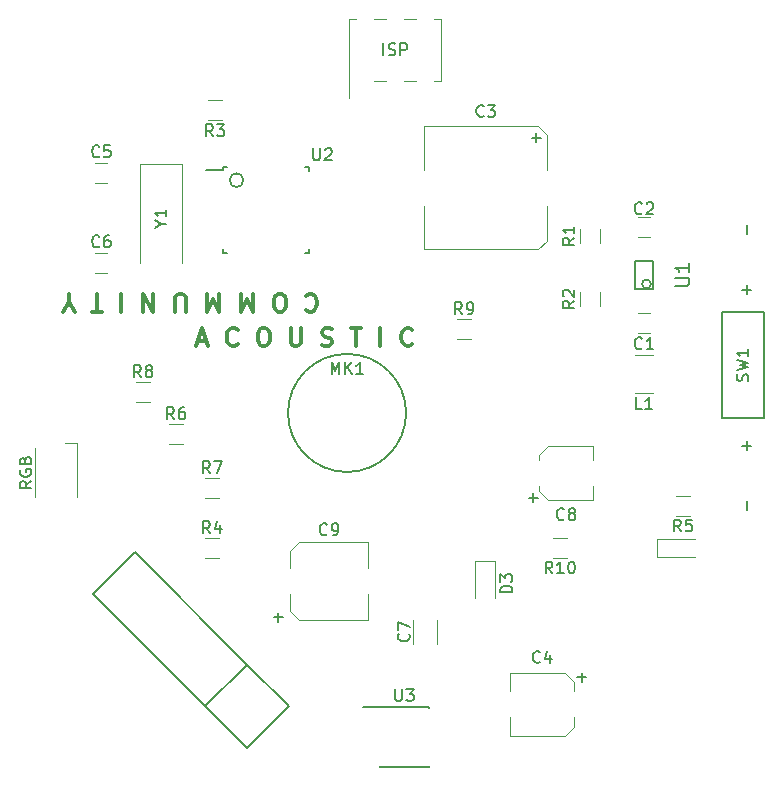
<source format=gbr>
G04 #@! TF.FileFunction,Legend,Top*
%FSLAX46Y46*%
G04 Gerber Fmt 4.6, Leading zero omitted, Abs format (unit mm)*
G04 Created by KiCad (PCBNEW 4.0.7) date 07/04/18 14:48:19*
%MOMM*%
%LPD*%
G01*
G04 APERTURE LIST*
%ADD10C,0.100000*%
%ADD11C,0.300000*%
%ADD12C,0.150000*%
%ADD13C,0.200000*%
%ADD14C,0.120000*%
G04 APERTURE END LIST*
D10*
D11*
X142084000Y-92174286D02*
X142155429Y-92102857D01*
X142369715Y-92031429D01*
X142512572Y-92031429D01*
X142726857Y-92102857D01*
X142869715Y-92245714D01*
X142941143Y-92388571D01*
X143012572Y-92674286D01*
X143012572Y-92888571D01*
X142941143Y-93174286D01*
X142869715Y-93317143D01*
X142726857Y-93460000D01*
X142512572Y-93531429D01*
X142369715Y-93531429D01*
X142155429Y-93460000D01*
X142084000Y-93388571D01*
X140012572Y-93531429D02*
X139726858Y-93531429D01*
X139584000Y-93460000D01*
X139441143Y-93317143D01*
X139369715Y-93031429D01*
X139369715Y-92531429D01*
X139441143Y-92245714D01*
X139584000Y-92102857D01*
X139726858Y-92031429D01*
X140012572Y-92031429D01*
X140155429Y-92102857D01*
X140298286Y-92245714D01*
X140369715Y-92531429D01*
X140369715Y-93031429D01*
X140298286Y-93317143D01*
X140155429Y-93460000D01*
X140012572Y-93531429D01*
X137584000Y-92031429D02*
X137584000Y-93531429D01*
X137084000Y-92460000D01*
X136584000Y-93531429D01*
X136584000Y-92031429D01*
X134726857Y-92031429D02*
X134726857Y-93531429D01*
X134226857Y-92460000D01*
X133726857Y-93531429D01*
X133726857Y-92031429D01*
X131869714Y-93531429D02*
X131869714Y-92317143D01*
X131798286Y-92174286D01*
X131726857Y-92102857D01*
X131584000Y-92031429D01*
X131298286Y-92031429D01*
X131155428Y-92102857D01*
X131084000Y-92174286D01*
X131012571Y-92317143D01*
X131012571Y-93531429D01*
X129155428Y-92031429D02*
X129155428Y-93531429D01*
X128298285Y-92031429D01*
X128298285Y-93531429D01*
X126441142Y-92031429D02*
X126441142Y-93531429D01*
X124798285Y-93531429D02*
X123941142Y-93531429D01*
X124369713Y-92031429D02*
X124369713Y-93531429D01*
X122012571Y-92745714D02*
X122012571Y-92031429D01*
X122512571Y-93531429D02*
X122012571Y-92745714D01*
X121512571Y-93531429D01*
X132914572Y-96008000D02*
X133628858Y-96008000D01*
X132771715Y-96436571D02*
X133271715Y-94936571D01*
X133771715Y-96436571D01*
X136271715Y-96293714D02*
X136200286Y-96365143D01*
X135986000Y-96436571D01*
X135843143Y-96436571D01*
X135628858Y-96365143D01*
X135486000Y-96222286D01*
X135414572Y-96079429D01*
X135343143Y-95793714D01*
X135343143Y-95579429D01*
X135414572Y-95293714D01*
X135486000Y-95150857D01*
X135628858Y-95008000D01*
X135843143Y-94936571D01*
X135986000Y-94936571D01*
X136200286Y-95008000D01*
X136271715Y-95079429D01*
X138343143Y-94936571D02*
X138628857Y-94936571D01*
X138771715Y-95008000D01*
X138914572Y-95150857D01*
X138986000Y-95436571D01*
X138986000Y-95936571D01*
X138914572Y-96222286D01*
X138771715Y-96365143D01*
X138628857Y-96436571D01*
X138343143Y-96436571D01*
X138200286Y-96365143D01*
X138057429Y-96222286D01*
X137986000Y-95936571D01*
X137986000Y-95436571D01*
X138057429Y-95150857D01*
X138200286Y-95008000D01*
X138343143Y-94936571D01*
X140771715Y-94936571D02*
X140771715Y-96150857D01*
X140843143Y-96293714D01*
X140914572Y-96365143D01*
X141057429Y-96436571D01*
X141343143Y-96436571D01*
X141486001Y-96365143D01*
X141557429Y-96293714D01*
X141628858Y-96150857D01*
X141628858Y-94936571D01*
X143414572Y-96365143D02*
X143628858Y-96436571D01*
X143986001Y-96436571D01*
X144128858Y-96365143D01*
X144200287Y-96293714D01*
X144271715Y-96150857D01*
X144271715Y-96008000D01*
X144200287Y-95865143D01*
X144128858Y-95793714D01*
X143986001Y-95722286D01*
X143700287Y-95650857D01*
X143557429Y-95579429D01*
X143486001Y-95508000D01*
X143414572Y-95365143D01*
X143414572Y-95222286D01*
X143486001Y-95079429D01*
X143557429Y-95008000D01*
X143700287Y-94936571D01*
X144057429Y-94936571D01*
X144271715Y-95008000D01*
X145843143Y-94936571D02*
X146700286Y-94936571D01*
X146271715Y-96436571D02*
X146271715Y-94936571D01*
X148343143Y-96436571D02*
X148343143Y-94936571D01*
X151057429Y-96293714D02*
X150986000Y-96365143D01*
X150771714Y-96436571D01*
X150628857Y-96436571D01*
X150414572Y-96365143D01*
X150271714Y-96222286D01*
X150200286Y-96079429D01*
X150128857Y-95793714D01*
X150128857Y-95579429D01*
X150200286Y-95293714D01*
X150271714Y-95150857D01*
X150414572Y-95008000D01*
X150628857Y-94936571D01*
X150771714Y-94936571D01*
X150986000Y-95008000D01*
X151057429Y-95079429D01*
D12*
X140630407Y-126948834D02*
X137094873Y-123413300D01*
X137094873Y-130484368D02*
X140630407Y-126948834D01*
X133559339Y-126948834D02*
X137094873Y-130484368D01*
X137094873Y-123413300D02*
X127548932Y-113867359D01*
X133559339Y-126948834D02*
X137094873Y-123413300D01*
X124013398Y-117402893D02*
X133559339Y-126948834D01*
X127548932Y-113867359D02*
X124013398Y-117402893D01*
X136767631Y-82406000D02*
G75*
G03X136767631Y-82406000I-583631J0D01*
G01*
D13*
X135059000Y-81281000D02*
X135059000Y-81506000D01*
D12*
X142309000Y-81281000D02*
X142309000Y-81606000D01*
X142309000Y-88531000D02*
X142309000Y-88206000D01*
X135059000Y-88531000D02*
X135059000Y-88206000D01*
D13*
X135059000Y-81281000D02*
X135384000Y-81281000D01*
D12*
X135059000Y-88531000D02*
X135384000Y-88531000D01*
X142309000Y-88531000D02*
X141984000Y-88531000D01*
X142309000Y-81281000D02*
X141984000Y-81281000D01*
D13*
X135059000Y-81506000D02*
X133634000Y-81506000D01*
D14*
X171168000Y-93638000D02*
X170168000Y-93638000D01*
X170168000Y-95338000D02*
X171168000Y-95338000D01*
X171188000Y-85510000D02*
X170188000Y-85510000D01*
X170188000Y-87210000D02*
X171188000Y-87210000D01*
X159382000Y-129436000D02*
X159382000Y-127886000D01*
X159382000Y-124106000D02*
X159382000Y-125656000D01*
X164722000Y-124866000D02*
X164722000Y-125656000D01*
X164722000Y-128676000D02*
X164722000Y-127886000D01*
X159382000Y-129436000D02*
X163962000Y-129436000D01*
X163962000Y-129436000D02*
X164722000Y-128676000D01*
X164722000Y-124866000D02*
X163962000Y-124106000D01*
X163962000Y-124106000D02*
X159382000Y-124106000D01*
X124234000Y-82638000D02*
X125234000Y-82638000D01*
X125234000Y-80938000D02*
X124234000Y-80938000D01*
X124234000Y-90258000D02*
X125234000Y-90258000D01*
X125234000Y-88558000D02*
X124234000Y-88558000D01*
X151126000Y-119650000D02*
X151126000Y-121650000D01*
X153166000Y-121650000D02*
X153166000Y-119650000D01*
X161794000Y-105668000D02*
X161794000Y-106068000D01*
X166374000Y-104898000D02*
X166374000Y-106068000D01*
X166374000Y-109478000D02*
X166374000Y-108308000D01*
X161794000Y-108708000D02*
X161794000Y-108308000D01*
X162564000Y-109478000D02*
X166374000Y-109478000D01*
X162564000Y-109478000D02*
X161794000Y-108708000D01*
X162564000Y-104898000D02*
X166374000Y-104898000D01*
X162564000Y-104898000D02*
X161794000Y-105668000D01*
X147318000Y-119632000D02*
X147318000Y-117452000D01*
X147318000Y-113032000D02*
X147318000Y-115212000D01*
X140718000Y-118872000D02*
X140718000Y-117452000D01*
X140718000Y-113792000D02*
X140718000Y-115212000D01*
X147318000Y-119632000D02*
X141478000Y-119632000D01*
X141478000Y-119632000D02*
X140718000Y-118872000D01*
X140718000Y-113792000D02*
X141478000Y-113032000D01*
X141478000Y-113032000D02*
X147318000Y-113032000D01*
X174990000Y-114288000D02*
X171790000Y-114288000D01*
X171790000Y-112788000D02*
X174990000Y-112788000D01*
X171790000Y-112788000D02*
X171790000Y-114288000D01*
X171488000Y-97206000D02*
X169888000Y-97206000D01*
X171488000Y-100406000D02*
X169888000Y-100406000D01*
X165236000Y-87722000D02*
X165236000Y-86522000D01*
X166996000Y-86522000D02*
X166996000Y-87722000D01*
X165236000Y-93056000D02*
X165236000Y-91856000D01*
X166996000Y-91856000D02*
X166996000Y-93056000D01*
X134966000Y-77334000D02*
X133766000Y-77334000D01*
X133766000Y-75574000D02*
X134966000Y-75574000D01*
X134712000Y-114418000D02*
X133512000Y-114418000D01*
X133512000Y-112658000D02*
X134712000Y-112658000D01*
X173390000Y-109102000D02*
X174590000Y-109102000D01*
X174590000Y-110862000D02*
X173390000Y-110862000D01*
X131664000Y-104766000D02*
X130464000Y-104766000D01*
X130464000Y-103006000D02*
X131664000Y-103006000D01*
X134712000Y-109338000D02*
X133512000Y-109338000D01*
X133512000Y-107578000D02*
X134712000Y-107578000D01*
X128870000Y-101210000D02*
X127670000Y-101210000D01*
X127670000Y-99450000D02*
X128870000Y-99450000D01*
X156048000Y-95876000D02*
X154848000Y-95876000D01*
X154848000Y-94116000D02*
X156048000Y-94116000D01*
X162976000Y-112658000D02*
X164176000Y-112658000D01*
X164176000Y-114418000D02*
X162976000Y-114418000D01*
D12*
X177270000Y-93544000D02*
X180870000Y-93544000D01*
X180870000Y-102544000D02*
X177270000Y-102544000D01*
X177270000Y-102544000D02*
X177270000Y-93544000D01*
X180870000Y-102544000D02*
X180870000Y-93544000D01*
D14*
X162500000Y-87508000D02*
X162500000Y-84618000D01*
X162500000Y-78608000D02*
X162500000Y-81498000D01*
X152080000Y-77848000D02*
X152080000Y-81498000D01*
X152080000Y-88268000D02*
X152080000Y-84618000D01*
X152080000Y-77848000D02*
X161740000Y-77848000D01*
X161740000Y-77848000D02*
X162500000Y-78608000D01*
X162500000Y-87508000D02*
X161740000Y-88268000D01*
X161740000Y-88268000D02*
X152080000Y-88268000D01*
D12*
X169938000Y-91624000D02*
X171438000Y-91624000D01*
X169938000Y-89224000D02*
X171438000Y-89224000D01*
X171263832Y-91199832D02*
G75*
G03X171263832Y-91199832I-375832J0D01*
G01*
X169938000Y-91624000D02*
X169938000Y-89249000D01*
X171438000Y-89224000D02*
X171438000Y-91624000D01*
D14*
X131594000Y-89373000D02*
X131594000Y-81048000D01*
X131594000Y-81048000D02*
X127994000Y-81048000D01*
X127994000Y-81048000D02*
X127994000Y-89373000D01*
X158076000Y-114666000D02*
X156376000Y-114666000D01*
X156376000Y-114666000D02*
X156376000Y-117816000D01*
X158076000Y-114666000D02*
X158076000Y-117816000D01*
D12*
X148293000Y-126965000D02*
X148293000Y-127015000D01*
X152443000Y-126965000D02*
X152443000Y-127110000D01*
X152443000Y-132115000D02*
X152443000Y-131970000D01*
X148293000Y-132115000D02*
X148293000Y-131970000D01*
X148293000Y-126965000D02*
X152443000Y-126965000D01*
X148293000Y-132115000D02*
X152443000Y-132115000D01*
X148293000Y-127015000D02*
X146893000Y-127015000D01*
D14*
X145736000Y-73974000D02*
X145736000Y-68774000D01*
X153476000Y-73974000D02*
X153476000Y-68774000D01*
X145736000Y-75414000D02*
X145736000Y-73974000D01*
X145736000Y-68774000D02*
X146306000Y-68774000D01*
X152906000Y-73974000D02*
X153476000Y-73974000D01*
X152906000Y-68774000D02*
X153476000Y-68774000D01*
X147826000Y-73974000D02*
X148846000Y-73974000D01*
X147826000Y-68774000D02*
X148846000Y-68774000D01*
X150366000Y-73974000D02*
X151386000Y-73974000D01*
X150366000Y-68774000D02*
X151386000Y-68774000D01*
X119104000Y-109188000D02*
X119104000Y-105038000D01*
X122704000Y-109188000D02*
X122704000Y-104638000D01*
X122704000Y-104638000D02*
X121704000Y-104638000D01*
D12*
X150542250Y-102108000D02*
G75*
G03X150542250Y-102108000I-5000250J0D01*
G01*
X142680095Y-79716381D02*
X142680095Y-80525905D01*
X142727714Y-80621143D01*
X142775333Y-80668762D01*
X142870571Y-80716381D01*
X143061048Y-80716381D01*
X143156286Y-80668762D01*
X143203905Y-80621143D01*
X143251524Y-80525905D01*
X143251524Y-79716381D01*
X143680095Y-79811619D02*
X143727714Y-79764000D01*
X143822952Y-79716381D01*
X144061048Y-79716381D01*
X144156286Y-79764000D01*
X144203905Y-79811619D01*
X144251524Y-79906857D01*
X144251524Y-80002095D01*
X144203905Y-80144952D01*
X143632476Y-80716381D01*
X144251524Y-80716381D01*
X170521334Y-96623143D02*
X170473715Y-96670762D01*
X170330858Y-96718381D01*
X170235620Y-96718381D01*
X170092762Y-96670762D01*
X169997524Y-96575524D01*
X169949905Y-96480286D01*
X169902286Y-96289810D01*
X169902286Y-96146952D01*
X169949905Y-95956476D01*
X169997524Y-95861238D01*
X170092762Y-95766000D01*
X170235620Y-95718381D01*
X170330858Y-95718381D01*
X170473715Y-95766000D01*
X170521334Y-95813619D01*
X171473715Y-96718381D02*
X170902286Y-96718381D01*
X171188000Y-96718381D02*
X171188000Y-95718381D01*
X171092762Y-95861238D01*
X170997524Y-95956476D01*
X170902286Y-96004095D01*
X170521334Y-85193143D02*
X170473715Y-85240762D01*
X170330858Y-85288381D01*
X170235620Y-85288381D01*
X170092762Y-85240762D01*
X169997524Y-85145524D01*
X169949905Y-85050286D01*
X169902286Y-84859810D01*
X169902286Y-84716952D01*
X169949905Y-84526476D01*
X169997524Y-84431238D01*
X170092762Y-84336000D01*
X170235620Y-84288381D01*
X170330858Y-84288381D01*
X170473715Y-84336000D01*
X170521334Y-84383619D01*
X170902286Y-84383619D02*
X170949905Y-84336000D01*
X171045143Y-84288381D01*
X171283239Y-84288381D01*
X171378477Y-84336000D01*
X171426096Y-84383619D01*
X171473715Y-84478857D01*
X171473715Y-84574095D01*
X171426096Y-84716952D01*
X170854667Y-85288381D01*
X171473715Y-85288381D01*
X161885334Y-123183143D02*
X161837715Y-123230762D01*
X161694858Y-123278381D01*
X161599620Y-123278381D01*
X161456762Y-123230762D01*
X161361524Y-123135524D01*
X161313905Y-123040286D01*
X161266286Y-122849810D01*
X161266286Y-122706952D01*
X161313905Y-122516476D01*
X161361524Y-122421238D01*
X161456762Y-122326000D01*
X161599620Y-122278381D01*
X161694858Y-122278381D01*
X161837715Y-122326000D01*
X161885334Y-122373619D01*
X162742477Y-122611714D02*
X162742477Y-123278381D01*
X162504381Y-122230762D02*
X162266286Y-122945048D01*
X162885334Y-122945048D01*
X165051048Y-124477429D02*
X165812953Y-124477429D01*
X165432001Y-124858381D02*
X165432001Y-124096476D01*
X124567334Y-80367143D02*
X124519715Y-80414762D01*
X124376858Y-80462381D01*
X124281620Y-80462381D01*
X124138762Y-80414762D01*
X124043524Y-80319524D01*
X123995905Y-80224286D01*
X123948286Y-80033810D01*
X123948286Y-79890952D01*
X123995905Y-79700476D01*
X124043524Y-79605238D01*
X124138762Y-79510000D01*
X124281620Y-79462381D01*
X124376858Y-79462381D01*
X124519715Y-79510000D01*
X124567334Y-79557619D01*
X125472096Y-79462381D02*
X124995905Y-79462381D01*
X124948286Y-79938571D01*
X124995905Y-79890952D01*
X125091143Y-79843333D01*
X125329239Y-79843333D01*
X125424477Y-79890952D01*
X125472096Y-79938571D01*
X125519715Y-80033810D01*
X125519715Y-80271905D01*
X125472096Y-80367143D01*
X125424477Y-80414762D01*
X125329239Y-80462381D01*
X125091143Y-80462381D01*
X124995905Y-80414762D01*
X124948286Y-80367143D01*
X124567334Y-87987143D02*
X124519715Y-88034762D01*
X124376858Y-88082381D01*
X124281620Y-88082381D01*
X124138762Y-88034762D01*
X124043524Y-87939524D01*
X123995905Y-87844286D01*
X123948286Y-87653810D01*
X123948286Y-87510952D01*
X123995905Y-87320476D01*
X124043524Y-87225238D01*
X124138762Y-87130000D01*
X124281620Y-87082381D01*
X124376858Y-87082381D01*
X124519715Y-87130000D01*
X124567334Y-87177619D01*
X125424477Y-87082381D02*
X125234000Y-87082381D01*
X125138762Y-87130000D01*
X125091143Y-87177619D01*
X124995905Y-87320476D01*
X124948286Y-87510952D01*
X124948286Y-87891905D01*
X124995905Y-87987143D01*
X125043524Y-88034762D01*
X125138762Y-88082381D01*
X125329239Y-88082381D01*
X125424477Y-88034762D01*
X125472096Y-87987143D01*
X125519715Y-87891905D01*
X125519715Y-87653810D01*
X125472096Y-87558571D01*
X125424477Y-87510952D01*
X125329239Y-87463333D01*
X125138762Y-87463333D01*
X125043524Y-87510952D01*
X124995905Y-87558571D01*
X124948286Y-87653810D01*
X150753143Y-120816666D02*
X150800762Y-120864285D01*
X150848381Y-121007142D01*
X150848381Y-121102380D01*
X150800762Y-121245238D01*
X150705524Y-121340476D01*
X150610286Y-121388095D01*
X150419810Y-121435714D01*
X150276952Y-121435714D01*
X150086476Y-121388095D01*
X149991238Y-121340476D01*
X149896000Y-121245238D01*
X149848381Y-121102380D01*
X149848381Y-121007142D01*
X149896000Y-120864285D01*
X149943619Y-120816666D01*
X149848381Y-120483333D02*
X149848381Y-119816666D01*
X150848381Y-120245238D01*
X163917334Y-111085143D02*
X163869715Y-111132762D01*
X163726858Y-111180381D01*
X163631620Y-111180381D01*
X163488762Y-111132762D01*
X163393524Y-111037524D01*
X163345905Y-110942286D01*
X163298286Y-110751810D01*
X163298286Y-110608952D01*
X163345905Y-110418476D01*
X163393524Y-110323238D01*
X163488762Y-110228000D01*
X163631620Y-110180381D01*
X163726858Y-110180381D01*
X163869715Y-110228000D01*
X163917334Y-110275619D01*
X164488762Y-110608952D02*
X164393524Y-110561333D01*
X164345905Y-110513714D01*
X164298286Y-110418476D01*
X164298286Y-110370857D01*
X164345905Y-110275619D01*
X164393524Y-110228000D01*
X164488762Y-110180381D01*
X164679239Y-110180381D01*
X164774477Y-110228000D01*
X164822096Y-110275619D01*
X164869715Y-110370857D01*
X164869715Y-110418476D01*
X164822096Y-110513714D01*
X164774477Y-110561333D01*
X164679239Y-110608952D01*
X164488762Y-110608952D01*
X164393524Y-110656571D01*
X164345905Y-110704190D01*
X164298286Y-110799429D01*
X164298286Y-110989905D01*
X164345905Y-111085143D01*
X164393524Y-111132762D01*
X164488762Y-111180381D01*
X164679239Y-111180381D01*
X164774477Y-111132762D01*
X164822096Y-111085143D01*
X164869715Y-110989905D01*
X164869715Y-110799429D01*
X164822096Y-110704190D01*
X164774477Y-110656571D01*
X164679239Y-110608952D01*
X160933048Y-109269429D02*
X161694953Y-109269429D01*
X161314001Y-109650381D02*
X161314001Y-108888476D01*
X143851334Y-112371143D02*
X143803715Y-112418762D01*
X143660858Y-112466381D01*
X143565620Y-112466381D01*
X143422762Y-112418762D01*
X143327524Y-112323524D01*
X143279905Y-112228286D01*
X143232286Y-112037810D01*
X143232286Y-111894952D01*
X143279905Y-111704476D01*
X143327524Y-111609238D01*
X143422762Y-111514000D01*
X143565620Y-111466381D01*
X143660858Y-111466381D01*
X143803715Y-111514000D01*
X143851334Y-111561619D01*
X144327524Y-112466381D02*
X144518000Y-112466381D01*
X144613239Y-112418762D01*
X144660858Y-112371143D01*
X144756096Y-112228286D01*
X144803715Y-112037810D01*
X144803715Y-111656857D01*
X144756096Y-111561619D01*
X144708477Y-111514000D01*
X144613239Y-111466381D01*
X144422762Y-111466381D01*
X144327524Y-111514000D01*
X144279905Y-111561619D01*
X144232286Y-111656857D01*
X144232286Y-111894952D01*
X144279905Y-111990190D01*
X144327524Y-112037810D01*
X144422762Y-112085429D01*
X144613239Y-112085429D01*
X144708477Y-112037810D01*
X144756096Y-111990190D01*
X144803715Y-111894952D01*
X139357048Y-119413429D02*
X140118953Y-119413429D01*
X139738001Y-119794381D02*
X139738001Y-119032476D01*
X170521334Y-101798381D02*
X170045143Y-101798381D01*
X170045143Y-100798381D01*
X171378477Y-101798381D02*
X170807048Y-101798381D01*
X171092762Y-101798381D02*
X171092762Y-100798381D01*
X170997524Y-100941238D01*
X170902286Y-101036476D01*
X170807048Y-101084095D01*
X164790381Y-87288666D02*
X164314190Y-87622000D01*
X164790381Y-87860095D02*
X163790381Y-87860095D01*
X163790381Y-87479142D01*
X163838000Y-87383904D01*
X163885619Y-87336285D01*
X163980857Y-87288666D01*
X164123714Y-87288666D01*
X164218952Y-87336285D01*
X164266571Y-87383904D01*
X164314190Y-87479142D01*
X164314190Y-87860095D01*
X164790381Y-86336285D02*
X164790381Y-86907714D01*
X164790381Y-86622000D02*
X163790381Y-86622000D01*
X163933238Y-86717238D01*
X164028476Y-86812476D01*
X164076095Y-86907714D01*
X164790381Y-92622666D02*
X164314190Y-92956000D01*
X164790381Y-93194095D02*
X163790381Y-93194095D01*
X163790381Y-92813142D01*
X163838000Y-92717904D01*
X163885619Y-92670285D01*
X163980857Y-92622666D01*
X164123714Y-92622666D01*
X164218952Y-92670285D01*
X164266571Y-92717904D01*
X164314190Y-92813142D01*
X164314190Y-93194095D01*
X163885619Y-92241714D02*
X163838000Y-92194095D01*
X163790381Y-92098857D01*
X163790381Y-91860761D01*
X163838000Y-91765523D01*
X163885619Y-91717904D01*
X163980857Y-91670285D01*
X164076095Y-91670285D01*
X164218952Y-91717904D01*
X164790381Y-92289333D01*
X164790381Y-91670285D01*
X134199334Y-78684381D02*
X133866000Y-78208190D01*
X133627905Y-78684381D02*
X133627905Y-77684381D01*
X134008858Y-77684381D01*
X134104096Y-77732000D01*
X134151715Y-77779619D01*
X134199334Y-77874857D01*
X134199334Y-78017714D01*
X134151715Y-78112952D01*
X134104096Y-78160571D01*
X134008858Y-78208190D01*
X133627905Y-78208190D01*
X134532667Y-77684381D02*
X135151715Y-77684381D01*
X134818381Y-78065333D01*
X134961239Y-78065333D01*
X135056477Y-78112952D01*
X135104096Y-78160571D01*
X135151715Y-78255810D01*
X135151715Y-78493905D01*
X135104096Y-78589143D01*
X135056477Y-78636762D01*
X134961239Y-78684381D01*
X134675524Y-78684381D01*
X134580286Y-78636762D01*
X134532667Y-78589143D01*
X133945334Y-112290381D02*
X133612000Y-111814190D01*
X133373905Y-112290381D02*
X133373905Y-111290381D01*
X133754858Y-111290381D01*
X133850096Y-111338000D01*
X133897715Y-111385619D01*
X133945334Y-111480857D01*
X133945334Y-111623714D01*
X133897715Y-111718952D01*
X133850096Y-111766571D01*
X133754858Y-111814190D01*
X133373905Y-111814190D01*
X134802477Y-111623714D02*
X134802477Y-112290381D01*
X134564381Y-111242762D02*
X134326286Y-111957048D01*
X134945334Y-111957048D01*
X173823334Y-112134381D02*
X173490000Y-111658190D01*
X173251905Y-112134381D02*
X173251905Y-111134381D01*
X173632858Y-111134381D01*
X173728096Y-111182000D01*
X173775715Y-111229619D01*
X173823334Y-111324857D01*
X173823334Y-111467714D01*
X173775715Y-111562952D01*
X173728096Y-111610571D01*
X173632858Y-111658190D01*
X173251905Y-111658190D01*
X174728096Y-111134381D02*
X174251905Y-111134381D01*
X174204286Y-111610571D01*
X174251905Y-111562952D01*
X174347143Y-111515333D01*
X174585239Y-111515333D01*
X174680477Y-111562952D01*
X174728096Y-111610571D01*
X174775715Y-111705810D01*
X174775715Y-111943905D01*
X174728096Y-112039143D01*
X174680477Y-112086762D01*
X174585239Y-112134381D01*
X174347143Y-112134381D01*
X174251905Y-112086762D01*
X174204286Y-112039143D01*
X130897334Y-102638381D02*
X130564000Y-102162190D01*
X130325905Y-102638381D02*
X130325905Y-101638381D01*
X130706858Y-101638381D01*
X130802096Y-101686000D01*
X130849715Y-101733619D01*
X130897334Y-101828857D01*
X130897334Y-101971714D01*
X130849715Y-102066952D01*
X130802096Y-102114571D01*
X130706858Y-102162190D01*
X130325905Y-102162190D01*
X131754477Y-101638381D02*
X131564000Y-101638381D01*
X131468762Y-101686000D01*
X131421143Y-101733619D01*
X131325905Y-101876476D01*
X131278286Y-102066952D01*
X131278286Y-102447905D01*
X131325905Y-102543143D01*
X131373524Y-102590762D01*
X131468762Y-102638381D01*
X131659239Y-102638381D01*
X131754477Y-102590762D01*
X131802096Y-102543143D01*
X131849715Y-102447905D01*
X131849715Y-102209810D01*
X131802096Y-102114571D01*
X131754477Y-102066952D01*
X131659239Y-102019333D01*
X131468762Y-102019333D01*
X131373524Y-102066952D01*
X131325905Y-102114571D01*
X131278286Y-102209810D01*
X133945334Y-107210381D02*
X133612000Y-106734190D01*
X133373905Y-107210381D02*
X133373905Y-106210381D01*
X133754858Y-106210381D01*
X133850096Y-106258000D01*
X133897715Y-106305619D01*
X133945334Y-106400857D01*
X133945334Y-106543714D01*
X133897715Y-106638952D01*
X133850096Y-106686571D01*
X133754858Y-106734190D01*
X133373905Y-106734190D01*
X134278667Y-106210381D02*
X134945334Y-106210381D01*
X134516762Y-107210381D01*
X128103334Y-99082381D02*
X127770000Y-98606190D01*
X127531905Y-99082381D02*
X127531905Y-98082381D01*
X127912858Y-98082381D01*
X128008096Y-98130000D01*
X128055715Y-98177619D01*
X128103334Y-98272857D01*
X128103334Y-98415714D01*
X128055715Y-98510952D01*
X128008096Y-98558571D01*
X127912858Y-98606190D01*
X127531905Y-98606190D01*
X128674762Y-98510952D02*
X128579524Y-98463333D01*
X128531905Y-98415714D01*
X128484286Y-98320476D01*
X128484286Y-98272857D01*
X128531905Y-98177619D01*
X128579524Y-98130000D01*
X128674762Y-98082381D01*
X128865239Y-98082381D01*
X128960477Y-98130000D01*
X129008096Y-98177619D01*
X129055715Y-98272857D01*
X129055715Y-98320476D01*
X129008096Y-98415714D01*
X128960477Y-98463333D01*
X128865239Y-98510952D01*
X128674762Y-98510952D01*
X128579524Y-98558571D01*
X128531905Y-98606190D01*
X128484286Y-98701429D01*
X128484286Y-98891905D01*
X128531905Y-98987143D01*
X128579524Y-99034762D01*
X128674762Y-99082381D01*
X128865239Y-99082381D01*
X128960477Y-99034762D01*
X129008096Y-98987143D01*
X129055715Y-98891905D01*
X129055715Y-98701429D01*
X129008096Y-98606190D01*
X128960477Y-98558571D01*
X128865239Y-98510952D01*
X155281334Y-93748381D02*
X154948000Y-93272190D01*
X154709905Y-93748381D02*
X154709905Y-92748381D01*
X155090858Y-92748381D01*
X155186096Y-92796000D01*
X155233715Y-92843619D01*
X155281334Y-92938857D01*
X155281334Y-93081714D01*
X155233715Y-93176952D01*
X155186096Y-93224571D01*
X155090858Y-93272190D01*
X154709905Y-93272190D01*
X155757524Y-93748381D02*
X155948000Y-93748381D01*
X156043239Y-93700762D01*
X156090858Y-93653143D01*
X156186096Y-93510286D01*
X156233715Y-93319810D01*
X156233715Y-92938857D01*
X156186096Y-92843619D01*
X156138477Y-92796000D01*
X156043239Y-92748381D01*
X155852762Y-92748381D01*
X155757524Y-92796000D01*
X155709905Y-92843619D01*
X155662286Y-92938857D01*
X155662286Y-93176952D01*
X155709905Y-93272190D01*
X155757524Y-93319810D01*
X155852762Y-93367429D01*
X156043239Y-93367429D01*
X156138477Y-93319810D01*
X156186096Y-93272190D01*
X156233715Y-93176952D01*
X162933143Y-115690381D02*
X162599809Y-115214190D01*
X162361714Y-115690381D02*
X162361714Y-114690381D01*
X162742667Y-114690381D01*
X162837905Y-114738000D01*
X162885524Y-114785619D01*
X162933143Y-114880857D01*
X162933143Y-115023714D01*
X162885524Y-115118952D01*
X162837905Y-115166571D01*
X162742667Y-115214190D01*
X162361714Y-115214190D01*
X163885524Y-115690381D02*
X163314095Y-115690381D01*
X163599809Y-115690381D02*
X163599809Y-114690381D01*
X163504571Y-114833238D01*
X163409333Y-114928476D01*
X163314095Y-114976095D01*
X164504571Y-114690381D02*
X164599810Y-114690381D01*
X164695048Y-114738000D01*
X164742667Y-114785619D01*
X164790286Y-114880857D01*
X164837905Y-115071333D01*
X164837905Y-115309429D01*
X164790286Y-115499905D01*
X164742667Y-115595143D01*
X164695048Y-115642762D01*
X164599810Y-115690381D01*
X164504571Y-115690381D01*
X164409333Y-115642762D01*
X164361714Y-115595143D01*
X164314095Y-115499905D01*
X164266476Y-115309429D01*
X164266476Y-115071333D01*
X164314095Y-114880857D01*
X164361714Y-114785619D01*
X164409333Y-114738000D01*
X164504571Y-114690381D01*
X179474762Y-99377333D02*
X179522381Y-99234476D01*
X179522381Y-98996380D01*
X179474762Y-98901142D01*
X179427143Y-98853523D01*
X179331905Y-98805904D01*
X179236667Y-98805904D01*
X179141429Y-98853523D01*
X179093810Y-98901142D01*
X179046190Y-98996380D01*
X178998571Y-99186857D01*
X178950952Y-99282095D01*
X178903333Y-99329714D01*
X178808095Y-99377333D01*
X178712857Y-99377333D01*
X178617619Y-99329714D01*
X178570000Y-99282095D01*
X178522381Y-99186857D01*
X178522381Y-98948761D01*
X178570000Y-98805904D01*
X178522381Y-98472571D02*
X179522381Y-98234476D01*
X178808095Y-98043999D01*
X179522381Y-97853523D01*
X178522381Y-97615428D01*
X179522381Y-96710666D02*
X179522381Y-97282095D01*
X179522381Y-96996381D02*
X178522381Y-96996381D01*
X178665238Y-97091619D01*
X178760476Y-97186857D01*
X178808095Y-97282095D01*
X157123334Y-76955143D02*
X157075715Y-77002762D01*
X156932858Y-77050381D01*
X156837620Y-77050381D01*
X156694762Y-77002762D01*
X156599524Y-76907524D01*
X156551905Y-76812286D01*
X156504286Y-76621810D01*
X156504286Y-76478952D01*
X156551905Y-76288476D01*
X156599524Y-76193238D01*
X156694762Y-76098000D01*
X156837620Y-76050381D01*
X156932858Y-76050381D01*
X157075715Y-76098000D01*
X157123334Y-76145619D01*
X157456667Y-76050381D02*
X158075715Y-76050381D01*
X157742381Y-76431333D01*
X157885239Y-76431333D01*
X157980477Y-76478952D01*
X158028096Y-76526571D01*
X158075715Y-76621810D01*
X158075715Y-76859905D01*
X158028096Y-76955143D01*
X157980477Y-77002762D01*
X157885239Y-77050381D01*
X157599524Y-77050381D01*
X157504286Y-77002762D01*
X157456667Y-76955143D01*
X161163048Y-78811429D02*
X161924953Y-78811429D01*
X161544001Y-79192381D02*
X161544001Y-78430476D01*
X173332857Y-91338286D02*
X174304286Y-91338286D01*
X174418571Y-91281143D01*
X174475714Y-91224000D01*
X174532857Y-91109714D01*
X174532857Y-90881143D01*
X174475714Y-90766857D01*
X174418571Y-90709714D01*
X174304286Y-90652571D01*
X173332857Y-90652571D01*
X174532857Y-89452571D02*
X174532857Y-90138286D01*
X174532857Y-89795428D02*
X173332857Y-89795428D01*
X173504286Y-89909714D01*
X173618571Y-90024000D01*
X173675714Y-90138286D01*
X129770190Y-86074191D02*
X130246381Y-86074191D01*
X129246381Y-86407524D02*
X129770190Y-86074191D01*
X129246381Y-85740857D01*
X130246381Y-84883714D02*
X130246381Y-85455143D01*
X130246381Y-85169429D02*
X129246381Y-85169429D01*
X129389238Y-85264667D01*
X129484476Y-85359905D01*
X129532095Y-85455143D01*
X159528381Y-117304095D02*
X158528381Y-117304095D01*
X158528381Y-117066000D01*
X158576000Y-116923142D01*
X158671238Y-116827904D01*
X158766476Y-116780285D01*
X158956952Y-116732666D01*
X159099810Y-116732666D01*
X159290286Y-116780285D01*
X159385524Y-116827904D01*
X159480762Y-116923142D01*
X159528381Y-117066000D01*
X159528381Y-117304095D01*
X158528381Y-116399333D02*
X158528381Y-115780285D01*
X158909333Y-116113619D01*
X158909333Y-115970761D01*
X158956952Y-115875523D01*
X159004571Y-115827904D01*
X159099810Y-115780285D01*
X159337905Y-115780285D01*
X159433143Y-115827904D01*
X159480762Y-115875523D01*
X159528381Y-115970761D01*
X159528381Y-116256476D01*
X159480762Y-116351714D01*
X159433143Y-116399333D01*
X149606095Y-125492381D02*
X149606095Y-126301905D01*
X149653714Y-126397143D01*
X149701333Y-126444762D01*
X149796571Y-126492381D01*
X149987048Y-126492381D01*
X150082286Y-126444762D01*
X150129905Y-126397143D01*
X150177524Y-126301905D01*
X150177524Y-125492381D01*
X150558476Y-125492381D02*
X151177524Y-125492381D01*
X150844190Y-125873333D01*
X150987048Y-125873333D01*
X151082286Y-125920952D01*
X151129905Y-125968571D01*
X151177524Y-126063810D01*
X151177524Y-126301905D01*
X151129905Y-126397143D01*
X151082286Y-126444762D01*
X150987048Y-126492381D01*
X150701333Y-126492381D01*
X150606095Y-126444762D01*
X150558476Y-126397143D01*
X179395429Y-110362952D02*
X179395429Y-109601047D01*
X179395429Y-105282952D02*
X179395429Y-104521047D01*
X179776381Y-104901999D02*
X179014476Y-104901999D01*
X179395429Y-86959952D02*
X179395429Y-86198047D01*
X179395429Y-92074952D02*
X179395429Y-91313047D01*
X179776381Y-91693999D02*
X179014476Y-91693999D01*
X148629810Y-71826381D02*
X148629810Y-70826381D01*
X149058381Y-71778762D02*
X149201238Y-71826381D01*
X149439334Y-71826381D01*
X149534572Y-71778762D01*
X149582191Y-71731143D01*
X149629810Y-71635905D01*
X149629810Y-71540667D01*
X149582191Y-71445429D01*
X149534572Y-71397810D01*
X149439334Y-71350190D01*
X149248857Y-71302571D01*
X149153619Y-71254952D01*
X149106000Y-71207333D01*
X149058381Y-71112095D01*
X149058381Y-71016857D01*
X149106000Y-70921619D01*
X149153619Y-70874000D01*
X149248857Y-70826381D01*
X149486953Y-70826381D01*
X149629810Y-70874000D01*
X150058381Y-71826381D02*
X150058381Y-70826381D01*
X150439334Y-70826381D01*
X150534572Y-70874000D01*
X150582191Y-70921619D01*
X150629810Y-71016857D01*
X150629810Y-71159714D01*
X150582191Y-71254952D01*
X150534572Y-71302571D01*
X150439334Y-71350190D01*
X150058381Y-71350190D01*
X118816381Y-107878476D02*
X118340190Y-108211810D01*
X118816381Y-108449905D02*
X117816381Y-108449905D01*
X117816381Y-108068952D01*
X117864000Y-107973714D01*
X117911619Y-107926095D01*
X118006857Y-107878476D01*
X118149714Y-107878476D01*
X118244952Y-107926095D01*
X118292571Y-107973714D01*
X118340190Y-108068952D01*
X118340190Y-108449905D01*
X117864000Y-106926095D02*
X117816381Y-107021333D01*
X117816381Y-107164190D01*
X117864000Y-107307048D01*
X117959238Y-107402286D01*
X118054476Y-107449905D01*
X118244952Y-107497524D01*
X118387810Y-107497524D01*
X118578286Y-107449905D01*
X118673524Y-107402286D01*
X118768762Y-107307048D01*
X118816381Y-107164190D01*
X118816381Y-107068952D01*
X118768762Y-106926095D01*
X118721143Y-106878476D01*
X118387810Y-106878476D01*
X118387810Y-107068952D01*
X118292571Y-106116571D02*
X118340190Y-105973714D01*
X118387810Y-105926095D01*
X118483048Y-105878476D01*
X118625905Y-105878476D01*
X118721143Y-105926095D01*
X118768762Y-105973714D01*
X118816381Y-106068952D01*
X118816381Y-106449905D01*
X117816381Y-106449905D01*
X117816381Y-106116571D01*
X117864000Y-106021333D01*
X117911619Y-105973714D01*
X118006857Y-105926095D01*
X118102095Y-105926095D01*
X118197333Y-105973714D01*
X118244952Y-106021333D01*
X118292571Y-106116571D01*
X118292571Y-106449905D01*
X144231944Y-98819459D02*
X144231944Y-97819459D01*
X144565278Y-98533745D01*
X144898611Y-97819459D01*
X144898611Y-98819459D01*
X145374801Y-98819459D02*
X145374801Y-97819459D01*
X145946230Y-98819459D02*
X145517658Y-98248030D01*
X145946230Y-97819459D02*
X145374801Y-98390888D01*
X146898611Y-98819459D02*
X146327182Y-98819459D01*
X146612896Y-98819459D02*
X146612896Y-97819459D01*
X146517658Y-97962316D01*
X146422420Y-98057554D01*
X146327182Y-98105173D01*
M02*

</source>
